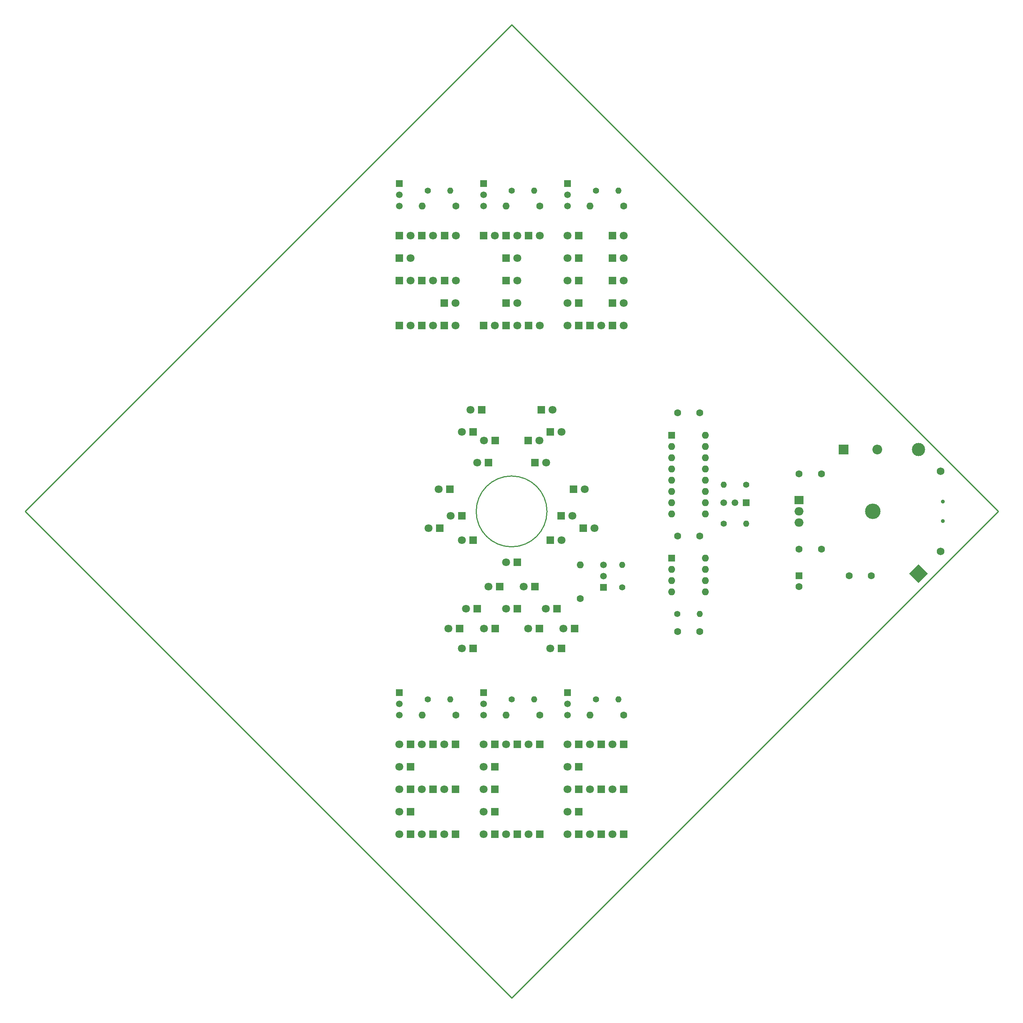
<source format=gbr>
G04 #@! TF.GenerationSoftware,KiCad,Pcbnew,(5.1.8)-1*
G04 #@! TF.CreationDate,2021-04-20T17:46:32-05:00*
G04 #@! TF.ProjectId,Graduation_Cap,47726164-7561-4746-996f-6e5f4361702e,rev?*
G04 #@! TF.SameCoordinates,Original*
G04 #@! TF.FileFunction,Soldermask,Bot*
G04 #@! TF.FilePolarity,Negative*
%FSLAX46Y46*%
G04 Gerber Fmt 4.6, Leading zero omitted, Abs format (unit mm)*
G04 Created by KiCad (PCBNEW (5.1.8)-1) date 2021-04-20 17:46:32*
%MOMM*%
%LPD*%
G01*
G04 APERTURE LIST*
G04 #@! TA.AperFunction,Profile*
%ADD10C,0.254000*%
G04 #@! TD*
%ADD11C,0.900000*%
%ADD12C,1.600000*%
%ADD13O,2.000000X1.905000*%
%ADD14R,2.000000X1.905000*%
%ADD15O,3.500000X3.500000*%
%ADD16C,1.800000*%
%ADD17R,1.800000X1.800000*%
%ADD18R,1.600000X1.600000*%
%ADD19O,1.400000X1.400000*%
%ADD20C,1.400000*%
%ADD21O,1.600000X1.600000*%
%ADD22R,1.500000X1.500000*%
%ADD23C,1.500000*%
%ADD24O,2.200000X2.200000*%
%ADD25R,2.200000X2.200000*%
%ADD26C,1.750000*%
%ADD27C,0.150000*%
%ADD28C,3.000000*%
G04 APERTURE END LIST*
D10*
X208000000Y-150000000D02*
G75*
G03*
X208000000Y-150000000I-8000000J0D01*
G01*
X310000000Y-150000000D02*
X200000000Y-260000000D01*
X200000000Y-260000000D02*
X90000000Y-150000000D01*
X310000000Y-150000000D02*
X200000000Y-40000000D01*
X90000000Y-150000000D02*
X200000000Y-40000000D01*
D11*
X297500000Y-147800000D03*
X297500000Y-152200000D03*
D12*
X281310000Y-164500000D03*
X276310000Y-164500000D03*
D13*
X265000000Y-152540000D03*
X265000000Y-150000000D03*
D14*
X265000000Y-147460000D03*
D15*
X281660000Y-150000000D03*
D16*
X213770000Y-151000000D03*
D17*
X211230000Y-151000000D03*
D16*
X212650000Y-92760000D03*
D17*
X215190000Y-92760000D03*
D16*
X212650000Y-87680000D03*
D17*
X215190000Y-87680000D03*
D12*
X265000000Y-167000000D03*
D18*
X265000000Y-164500000D03*
D16*
X184810000Y-202680000D03*
D17*
X187350000Y-202680000D03*
D16*
X179730000Y-202680000D03*
D17*
X182270000Y-202680000D03*
D19*
X224110000Y-77500000D03*
D20*
X219030000Y-77500000D03*
D19*
X205110000Y-77500000D03*
D20*
X200030000Y-77500000D03*
D19*
X186110000Y-77500000D03*
D20*
X181030000Y-77500000D03*
D21*
X217730000Y-81000000D03*
D12*
X225350000Y-81000000D03*
D21*
X198760000Y-81000000D03*
D12*
X206380000Y-81000000D03*
D21*
X179760000Y-81000000D03*
D12*
X187380000Y-81000000D03*
D19*
X224110000Y-192500000D03*
D20*
X219030000Y-192500000D03*
D19*
X205110000Y-192500000D03*
D20*
X200030000Y-192500000D03*
D19*
X186110000Y-192500000D03*
D20*
X181030000Y-192500000D03*
D21*
X217730000Y-196000000D03*
D12*
X225350000Y-196000000D03*
D21*
X198730000Y-196000000D03*
D12*
X206350000Y-196000000D03*
D20*
X225000000Y-167132000D03*
D19*
X225000000Y-162052000D03*
D21*
X215500000Y-162052000D03*
D12*
X215500000Y-169672000D03*
D22*
X212650000Y-75920000D03*
D23*
X212650000Y-81000000D03*
X212650000Y-78460000D03*
D22*
X193650000Y-75920000D03*
D23*
X193650000Y-81000000D03*
X193650000Y-78460000D03*
D22*
X174650000Y-75920000D03*
D23*
X174650000Y-81000000D03*
X174650000Y-78460000D03*
D22*
X212650000Y-190920000D03*
D23*
X212650000Y-196000000D03*
X212650000Y-193460000D03*
D22*
X193650000Y-190920000D03*
D23*
X193650000Y-196000000D03*
X193650000Y-193460000D03*
D22*
X220750000Y-167132000D03*
D23*
X220750000Y-162052000D03*
X220750000Y-164592000D03*
D16*
X225350000Y-87680000D03*
D17*
X222810000Y-87680000D03*
D16*
X225350000Y-92760000D03*
D17*
X222810000Y-92760000D03*
D16*
X225350000Y-97840000D03*
D17*
X222810000Y-97840000D03*
D16*
X225350000Y-102920000D03*
D17*
X222810000Y-102920000D03*
D16*
X225350000Y-108000000D03*
D17*
X222810000Y-108000000D03*
D16*
X220270000Y-108000000D03*
D17*
X217730000Y-108000000D03*
D16*
X212650000Y-108000000D03*
D17*
X215190000Y-108000000D03*
D16*
X212650000Y-102920000D03*
D17*
X215190000Y-102920000D03*
D16*
X212650000Y-97840000D03*
D17*
X215190000Y-97840000D03*
D16*
X206350000Y-108000000D03*
D17*
X203810000Y-108000000D03*
D16*
X196190000Y-108000000D03*
D17*
X193650000Y-108000000D03*
D16*
X201270000Y-108000000D03*
D17*
X198730000Y-108000000D03*
D16*
X201270000Y-102920000D03*
D17*
X198730000Y-102920000D03*
D16*
X201270000Y-97840000D03*
D17*
X198730000Y-97840000D03*
D16*
X201270000Y-92760000D03*
D17*
X198730000Y-92760000D03*
D16*
X206350000Y-87680000D03*
D17*
X203810000Y-87680000D03*
D16*
X201270000Y-87680000D03*
D17*
X198730000Y-87680000D03*
D16*
X196190000Y-87680000D03*
D17*
X193650000Y-87680000D03*
D16*
X177190000Y-108000000D03*
D17*
X174650000Y-108000000D03*
D16*
X182270000Y-108000000D03*
D17*
X179730000Y-108000000D03*
D16*
X187350000Y-108000000D03*
D17*
X184810000Y-108000000D03*
D16*
X187350000Y-102920000D03*
D17*
X184810000Y-102920000D03*
D16*
X187380000Y-97840000D03*
D17*
X184840000Y-97840000D03*
D16*
X182270000Y-97840000D03*
D17*
X179730000Y-97840000D03*
D16*
X177190000Y-97840000D03*
D17*
X174650000Y-97840000D03*
D16*
X177190000Y-92760000D03*
D17*
X174650000Y-92760000D03*
D16*
X187380000Y-87680000D03*
D17*
X184840000Y-87680000D03*
D16*
X182270000Y-87680000D03*
D17*
X179730000Y-87680000D03*
D16*
X177190000Y-87680000D03*
D17*
X174650000Y-87680000D03*
D16*
X222810000Y-223000000D03*
D17*
X225350000Y-223000000D03*
D16*
X217730000Y-223000000D03*
D17*
X220270000Y-223000000D03*
D16*
X212650000Y-223000000D03*
D17*
X215190000Y-223000000D03*
D16*
X212650000Y-217920000D03*
D17*
X215190000Y-217920000D03*
D16*
X222810000Y-212840000D03*
D17*
X225350000Y-212840000D03*
D16*
X217730000Y-212840000D03*
D17*
X220270000Y-212840000D03*
D16*
X212650000Y-212840000D03*
D17*
X215190000Y-212840000D03*
D16*
X212650000Y-207760000D03*
D17*
X215190000Y-207760000D03*
D16*
X222810000Y-202680000D03*
D17*
X225350000Y-202680000D03*
D16*
X217730000Y-202680000D03*
D17*
X220270000Y-202680000D03*
D16*
X212650000Y-202680000D03*
D17*
X215190000Y-202680000D03*
D16*
X203810000Y-202680000D03*
D17*
X206350000Y-202680000D03*
D16*
X193650000Y-207760000D03*
D17*
X196190000Y-207760000D03*
D16*
X203810000Y-223000000D03*
D17*
X206350000Y-223000000D03*
D16*
X198730000Y-223000000D03*
D17*
X201270000Y-223000000D03*
D16*
X193650000Y-223000000D03*
D17*
X196190000Y-223000000D03*
D16*
X193650000Y-217920000D03*
D17*
X196190000Y-217920000D03*
D16*
X193650000Y-212840000D03*
D17*
X196190000Y-212840000D03*
D16*
X198730000Y-202680000D03*
D17*
X201270000Y-202680000D03*
D16*
X193650000Y-202680000D03*
D17*
X196190000Y-202680000D03*
D16*
X208730000Y-181000000D03*
D17*
X211270000Y-181000000D03*
D16*
X188730000Y-181000000D03*
D17*
X191270000Y-181000000D03*
D16*
X211730000Y-176500000D03*
D17*
X214270000Y-176500000D03*
D16*
X203730000Y-176500000D03*
D17*
X206270000Y-176500000D03*
D16*
X193730000Y-176500000D03*
D17*
X196270000Y-176500000D03*
D16*
X185730000Y-176500000D03*
D17*
X188270000Y-176500000D03*
D16*
X207730000Y-172000000D03*
D17*
X210270000Y-172000000D03*
D16*
X198730000Y-172000000D03*
D17*
X201270000Y-172000000D03*
D16*
X189730000Y-172000000D03*
D17*
X192270000Y-172000000D03*
D16*
X202730000Y-167000000D03*
D17*
X205270000Y-167000000D03*
D16*
X194730000Y-167000000D03*
D17*
X197270000Y-167000000D03*
D16*
X198730000Y-161500000D03*
D17*
X201270000Y-161500000D03*
D16*
X211270000Y-156500000D03*
D17*
X208730000Y-156500000D03*
D16*
X218770000Y-153750000D03*
D17*
X216230000Y-153750000D03*
X213980000Y-145000000D03*
D16*
X216520000Y-145000000D03*
X188730000Y-156500000D03*
D17*
X191270000Y-156500000D03*
D16*
X186230000Y-151000000D03*
D17*
X188770000Y-151000000D03*
D16*
X181230000Y-153750000D03*
D17*
X183770000Y-153750000D03*
D16*
X183480000Y-145000000D03*
D17*
X186020000Y-145000000D03*
D16*
X207770000Y-139000000D03*
D17*
X205230000Y-139000000D03*
D16*
X211270000Y-132000000D03*
D17*
X208730000Y-132000000D03*
D16*
X206270000Y-134000000D03*
D17*
X203730000Y-134000000D03*
D16*
X209270000Y-127000000D03*
D17*
X206730000Y-127000000D03*
D16*
X192230000Y-139000000D03*
D17*
X194770000Y-139000000D03*
D16*
X193730000Y-134000000D03*
D17*
X196270000Y-134000000D03*
D16*
X188730000Y-132000000D03*
D17*
X191270000Y-132000000D03*
D16*
X190730000Y-127000000D03*
D17*
X193270000Y-127000000D03*
D22*
X253000000Y-147990000D03*
D23*
X247920000Y-147990000D03*
X250460000Y-147990000D03*
D22*
X174650000Y-190920000D03*
D23*
X174650000Y-196000000D03*
X174650000Y-193460000D03*
D21*
X243810000Y-132750000D03*
X236190000Y-150530000D03*
X243810000Y-135290000D03*
X236190000Y-147990000D03*
X243810000Y-137830000D03*
X236190000Y-145450000D03*
X243810000Y-140370000D03*
X236190000Y-142910000D03*
X243810000Y-142910000D03*
X236190000Y-140370000D03*
X243810000Y-145450000D03*
X236190000Y-137830000D03*
X243810000Y-147990000D03*
X236190000Y-135290000D03*
X243810000Y-150530000D03*
D18*
X236190000Y-132750000D03*
X236190000Y-160530000D03*
D21*
X243810000Y-168150000D03*
X236190000Y-163070000D03*
X243810000Y-165610000D03*
X236190000Y-165610000D03*
X243810000Y-163070000D03*
X236190000Y-168150000D03*
X243810000Y-160530000D03*
D19*
X253000000Y-152750000D03*
D20*
X247920000Y-152750000D03*
D19*
X242540000Y-173150000D03*
D20*
X237460000Y-173150000D03*
D19*
X247920000Y-144000000D03*
D20*
X253000000Y-144000000D03*
D21*
X179760000Y-196000000D03*
D12*
X187380000Y-196000000D03*
D24*
X282620000Y-136000000D03*
D25*
X275000000Y-136000000D03*
D12*
X237500000Y-177130000D03*
X242500000Y-177130000D03*
X237500000Y-127750000D03*
X242500000Y-127750000D03*
X237500000Y-155530000D03*
X242500000Y-155530000D03*
X270000000Y-158500000D03*
X265000000Y-158500000D03*
X270000000Y-141500000D03*
X265000000Y-141500000D03*
D16*
X174650000Y-202680000D03*
D17*
X177190000Y-202680000D03*
D16*
X174650000Y-207760000D03*
D17*
X177190000Y-207760000D03*
D16*
X174650000Y-212840000D03*
D17*
X177190000Y-212840000D03*
D16*
X179730000Y-212840000D03*
D17*
X182270000Y-212840000D03*
D16*
X184810000Y-212840000D03*
D17*
X187350000Y-212840000D03*
D16*
X174650000Y-217920000D03*
D17*
X177190000Y-217920000D03*
D16*
X184810000Y-223000000D03*
D17*
X187350000Y-223000000D03*
D16*
X179730000Y-223000000D03*
D17*
X182270000Y-223000000D03*
D16*
X174650000Y-223000000D03*
D17*
X177190000Y-223000000D03*
D26*
X296949747Y-159050253D03*
D27*
G36*
X292000000Y-161878680D02*
G01*
X294121320Y-164000000D01*
X292000000Y-166121320D01*
X289878680Y-164000000D01*
X292000000Y-161878680D01*
G37*
D26*
X296949747Y-140949747D03*
D28*
X292000000Y-136000000D03*
M02*

</source>
